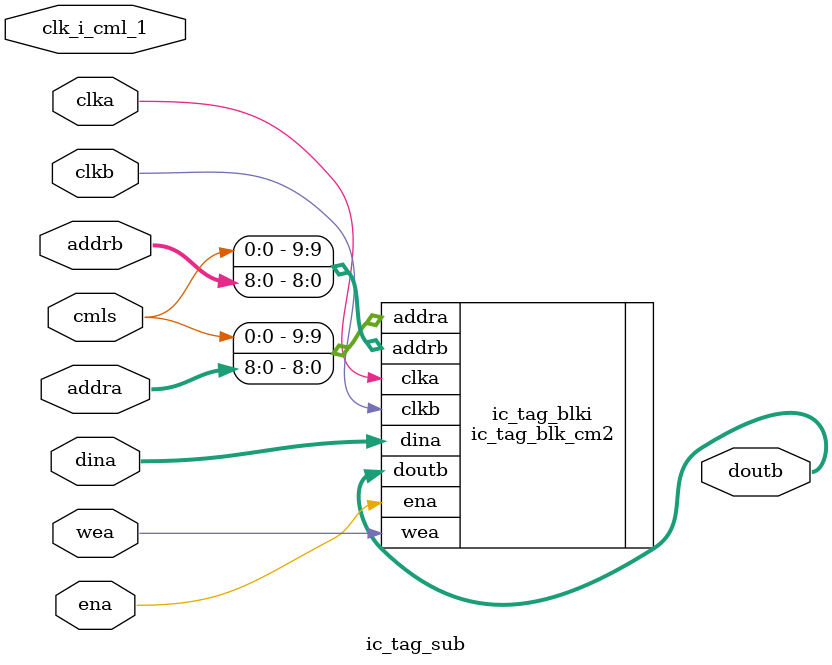
<source format=v>
/*******************************************************************************
*     This file is owned and controlled by Xilinx and must be used             *
*     solely for design, simulation, implementation and creation of            *
*     design files limited to Xilinx devices or technologies. Use              *
*     with non-Xilinx devices or technologies is expressly prohibited          *
*     and immediately terminates your license.                                 *
*                                                                              *
*     XILINX IS PROVIDING THIS DESIGN, CODE, OR INFORMATION "AS IS"            *
*     SOLELY FOR USE IN DEVELOPING PROGRAMS AND SOLUTIONS FOR                  *
*     XILINX DEVICES.  BY PROVIDING THIS DESIGN, CODE, OR INFORMATION          *
*     AS ONE POSSIBLE IMPLEMENTATION OF THIS FEATURE, APPLICATION              *
*     OR STANDARD, XILINX IS MAKING NO REPRESENTATION THAT THIS                *
*     IMPLEMENTATION IS FREE FROM ANY CLAIMS OF INFRINGEMENT,                  *
*     AND YOU ARE RESPONSIBLE FOR OBTAINING ANY RIGHTS YOU MAY REQUIRE         *
*     FOR YOUR IMPLEMENTATION.  XILINX EXPRESSLY DISCLAIMS ANY                 *
*     WARRANTY WHATSOEVER WITH RESPECT TO THE ADEQUACY OF THE                  *
*     IMPLEMENTATION, INCLUDING BUT NOT LIMITED TO ANY WARRANTIES OR           *
*     REPRESENTATIONS THAT THIS IMPLEMENTATION IS FREE FROM CLAIMS OF          *
*     INFRINGEMENT, IMPLIED WARRANTIES OF MERCHANTABILITY AND FITNESS          *
*     FOR A PARTICULAR PURPOSE.                                                *
*                                                                              *
*     Xilinx products are not intended for use in life support                 *
*     appliances, devices, or systems. Use in such applications are            *
*     expressly prohibited.                                                    *
*                                                                              *
*     (c) Copyright 1995-2009 Xilinx, Inc.                                     *
*     All rights reserved.                                                     *
*******************************************************************************/
// The synthesis directives "translate_off/translate_on" specified below are
// supported by Xilinx, Mentor Graphics and Synplicity synthesis
// tools. Ensure they are correct for your synthesis tool(s).

// You must compile the wrapper file ic_tag_blk.v when simulating
// the core, ic_tag_blk. When compiling the wrapper file, be sure to
// reference the XilinxCoreLib Verilog simulation library. For detailed
// instructions, please refer to the "CORE Generator Help".

`timescale 1ns/1ps

module ic_tag_sub(
		clk_i_cml_1,
		cmls,
		
	clka,
	ena,
	wea,
	addra,
	dina,
	clkb,
	addrb,
	doutb);


input clk_i_cml_1;
input cmls;




input clka;
input ena;
input [0 : 0] wea;
input [8 : 0] addra;
input [19 : 0] dina;
input clkb;
input [8 : 0] addrb;
output [19 : 0] doutb;

ic_tag_blk_cm2 ic_tag_blki(
	.clka(clka),
	.ena(ena),
	.wea(wea),
	.addra({cmls, addra}),
	.dina(dina),
	.clkb(clkb),
	.addrb({cmls, addrb}),
	.doutb(doutb));

endmodule



</source>
